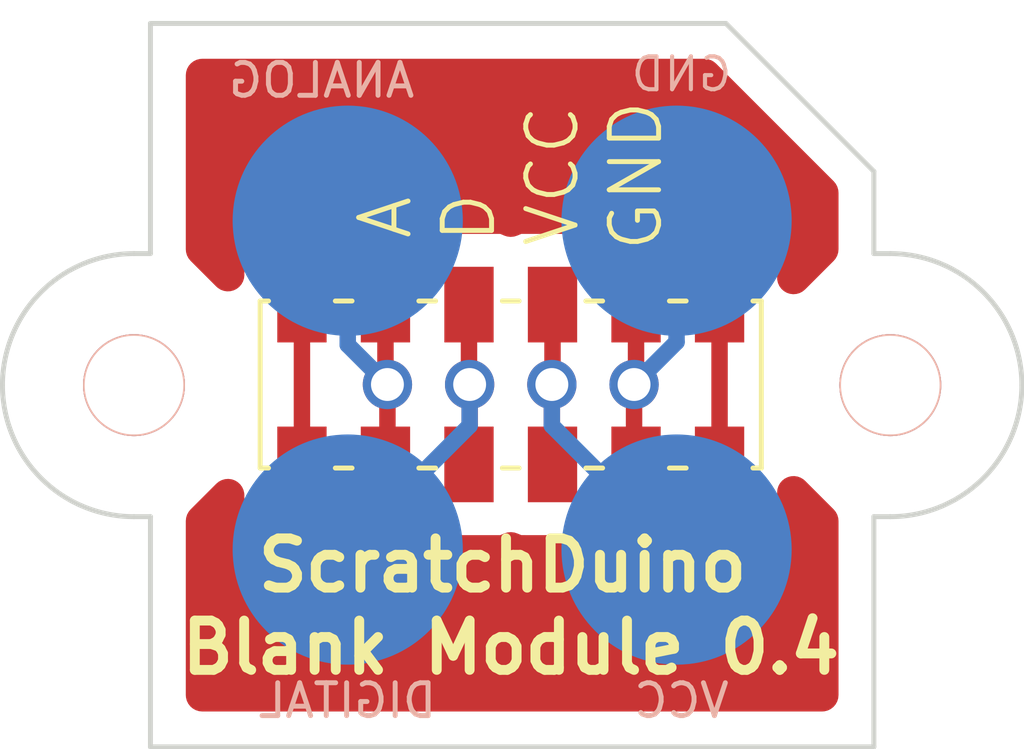
<source format=kicad_pcb>
(kicad_pcb (version 3) (host pcbnew "(2013-may-18)-stable")

  (general
    (links 10)
    (no_connects 0)
    (area 13.488999 13.241 45.097001 37.773)
    (thickness 1.6)
    (drawings 17)
    (tracks 32)
    (zones 0)
    (modules 2)
    (nets 7)
  )

  (page A3)
  (layers
    (15 F.Cu signal)
    (0 B.Cu signal hide)
    (16 B.Adhes user hide)
    (17 F.Adhes user hide)
    (18 B.Paste user hide)
    (19 F.Paste user hide)
    (20 B.SilkS user hide)
    (21 F.SilkS user)
    (22 B.Mask user hide)
    (23 F.Mask user hide)
    (24 Dwgs.User user hide)
    (25 Cmts.User user hide)
    (26 Eco1.User user hide)
    (27 Eco2.User user hide)
    (28 Edge.Cuts user)
  )

  (setup
    (last_trace_width 0.5)
    (trace_clearance 0.254)
    (zone_clearance 1)
    (zone_45_only no)
    (trace_min 0.254)
    (segment_width 0.2)
    (edge_width 0.15)
    (via_size 1.5)
    (via_drill 1)
    (via_min_size 0.889)
    (via_min_drill 0.508)
    (uvia_size 0.508)
    (uvia_drill 0.127)
    (uvias_allowed no)
    (uvia_min_size 0.508)
    (uvia_min_drill 0.127)
    (pcb_text_width 0.3)
    (pcb_text_size 1.5 1.5)
    (mod_edge_width 0.15)
    (mod_text_size 1.5 1.5)
    (mod_text_width 0.15)
    (pad_size 1.5 2.3)
    (pad_drill 0)
    (pad_to_mask_clearance 0.2)
    (aux_axis_origin 0 0)
    (visible_elements FFFFFFBF)
    (pcbplotparams
      (layerselection 284983297)
      (usegerberextensions false)
      (excludeedgelayer true)
      (linewidth 0.100000)
      (plotframeref false)
      (viasonmask false)
      (mode 1)
      (useauxorigin false)
      (hpglpennumber 1)
      (hpglpenspeed 20)
      (hpglpendiameter 15)
      (hpglpenoverlay 2)
      (psnegative false)
      (psa4output false)
      (plotreference true)
      (plotvalue true)
      (plotothertext true)
      (plotinvisibletext false)
      (padsonsilk false)
      (subtractmaskfromsilk false)
      (outputformat 1)
      (mirror false)
      (drillshape 0)
      (scaleselection 1)
      (outputdirectory PCB/))
  )

  (net 0 "")
  (net 1 N-000001)
  (net 2 N-000002)
  (net 3 N-000003)
  (net 4 N-000004)
  (net 5 N-000005)
  (net 6 N-000006)

  (net_class Default "Это класс цепей по умолчанию."
    (clearance 0.254)
    (trace_width 0.5)
    (via_dia 1.5)
    (via_drill 1)
    (uvia_dia 0.508)
    (uvia_drill 0.127)
    (add_net "")
    (add_net N-000001)
    (add_net N-000002)
    (add_net N-000003)
    (add_net N-000004)
    (add_net N-000005)
    (add_net N-000006)
  )

  (module SENSOR (layer B.Cu) (tedit 562E9003) (tstamp 562E9F98)
    (at 40.793 37.269 180)
    (path /55D7B367)
    (fp_text reference P3 (at 11.43 2.54 180) (layer B.SilkS) hide
      (effects (font (size 1 1) (thickness 0.15)) (justify mirror))
    )
    (fp_text value "" (at 11.293 21.269 180) (layer B.SilkS)
      (effects (font (size 1 1) (thickness 0.15)) (justify mirror))
    )
    (fp_text user DIGITAL (at 16.51 1.905 180) (layer B.SilkS)
      (effects (font (size 1 1) (thickness 0.15)) (justify mirror))
    )
    (fp_text user VCC (at 6.35 1.905 180) (layer B.SilkS)
      (effects (font (size 1 1) (thickness 0.15)) (justify mirror))
    )
    (fp_text user ANALOG (at 17.293 20.769 180) (layer B.SilkS)
      (effects (font (size 1 1) (thickness 0.15)) (justify mirror))
    )
    (fp_text user GND (at 6.35 20.955 180) (layer B.SilkS)
      (effects (font (size 1 1) (thickness 0.125)) (justify mirror))
    )
    (fp_line (start 23 15.5) (end 22.5 15.5) (layer B.SilkS) (width 0.1))
    (fp_line (start 22.5 15.5) (end 22.5 22.5) (layer B.SilkS) (width 0.1))
    (fp_line (start 22.5 0.5) (end 22.5 7.5) (layer B.SilkS) (width 0.1))
    (fp_line (start 22.5 7.5) (end 23 7.5) (layer B.SilkS) (width 0.1))
    (fp_line (start 0 7.5) (end 0.5 7.5) (layer B.SilkS) (width 0.1))
    (fp_line (start 0.5 7.5) (end 0.5 0.5) (layer B.SilkS) (width 0.1))
    (fp_line (start 0 15.5) (end 0.5 15.5) (layer B.SilkS) (width 0.1))
    (fp_line (start 0.5 15.5) (end 0.5 17.5) (layer B.SilkS) (width 0.1))
    (fp_arc (start 23 11.5) (end 27 11.5) (angle -90) (layer B.SilkS) (width 0.1))
    (fp_arc (start 23 11.5) (end 23 15.5) (angle -90) (layer B.SilkS) (width 0.1))
    (fp_arc (start 0 11.5) (end 0 7.5) (angle -90) (layer B.SilkS) (width 0.1))
    (fp_arc (start 0 11.5) (end -4 11.5) (angle -90) (layer B.SilkS) (width 0.1))
    (fp_circle (center 0 11.5) (end 1.5 11.5) (layer B.SilkS) (width 0.1))
    (fp_circle (center 23 11.5) (end 24.5 11.5) (layer B.SilkS) (width 0.1))
    (fp_line (start 0.5 17.5) (end 0.5 18) (layer B.SilkS) (width 0.1))
    (fp_line (start 0.5 18) (end 5 22.5) (layer B.SilkS) (width 0.1))
    (fp_line (start 5 22.5) (end 22.5 22.5) (layer B.SilkS) (width 0.1))
    (fp_line (start 22.5 0.5) (end 0.5 0.5) (layer B.SilkS) (width 0.1))
    (pad 2 smd circle (at 6.5 6.5 180) (size 7 7)
      (layers B.Cu B.Mask)
      (net 4 N-000004)
      (solder_mask_margin 0.1)
    )
    (pad 3 smd circle (at 16.5 6.5 180) (size 7 7)
      (layers B.Cu B.Mask)
      (net 5 N-000005)
    )
    (pad 1 smd circle (at 6.5 16.5 180) (size 7 7)
      (layers B.Cu B.Mask)
      (net 1 N-000001)
    )
    (pad 4 smd circle (at 16.5 16.5 180) (size 7 7)
      (layers B.Cu B.Mask)
      (net 6 N-000006)
    )
    (pad "" np_thru_hole circle (at 0 11.5 180) (size 3.1 3.1) (drill 3)
      (layers *.Cu *.Mask B.SilkS)
    )
    (pad "" np_thru_hole circle (at 23 11.5 180) (size 3.1 3.1) (drill 3)
      (layers *.Cu *.Mask B.SilkS)
    )
  )

  (module SENSOR_JACK (layer F.Cu) (tedit 56374F70) (tstamp 562E9FBD)
    (at 29.25 25.75)
    (path /562E8E1E)
    (fp_text reference "" (at 0 -11.43) (layer F.SilkS)
      (effects (font (size 1.5 1.5) (thickness 0.15)))
    )
    (fp_text value "" (at 0 5.08) (layer F.SilkS)
      (effects (font (size 1.5 1.5) (thickness 0.15)))
    )
    (fp_text user GND (at 3.81 -6.35 90) (layer F.SilkS)
      (effects (font (size 1.5 1.5) (thickness 0.15)))
    )
    (fp_text user VCC (at 1.27 -6.35 90) (layer F.SilkS)
      (effects (font (size 1.5 1.5) (thickness 0.15)))
    )
    (fp_text user D (at -1.27 -5.08 90) (layer F.SilkS)
      (effects (font (size 1.5 1.5) (thickness 0.15)))
    )
    (fp_text user A (at -3.81 -5.08 90) (layer F.SilkS)
      (effects (font (size 1.5 1.5) (thickness 0.15)))
    )
    (fp_line (start -5.334 -2.54) (end -4.826 -2.54) (layer F.SilkS) (width 0.15))
    (fp_line (start -5.334 2.54) (end -4.826 2.54) (layer F.SilkS) (width 0.15))
    (fp_line (start -2.794 -2.54) (end -2.286 -2.54) (layer F.SilkS) (width 0.15))
    (fp_line (start -2.794 2.54) (end -2.286 2.54) (layer F.SilkS) (width 0.15))
    (fp_line (start -0.254 -2.54) (end 0.254 -2.54) (layer F.SilkS) (width 0.15))
    (fp_line (start -0.254 2.54) (end 0.254 2.54) (layer F.SilkS) (width 0.15))
    (fp_line (start 2.286 -2.54) (end 2.794 -2.54) (layer F.SilkS) (width 0.15))
    (fp_line (start 2.286 2.54) (end 2.794 2.54) (layer F.SilkS) (width 0.15))
    (fp_line (start -7.62 2.54) (end -7.366 2.54) (layer F.SilkS) (width 0.15))
    (fp_line (start 7.62 2.54) (end 7.366 2.54) (layer F.SilkS) (width 0.15))
    (fp_line (start 4.826 2.54) (end 5.334 2.54) (layer F.SilkS) (width 0.15))
    (fp_line (start 7.62 -2.54) (end 7.366 -2.54) (layer F.SilkS) (width 0.15))
    (fp_line (start -7.62 -2.54) (end -7.366 -2.54) (layer F.SilkS) (width 0.15))
    (fp_line (start 4.826 -2.54) (end 5.334 -2.54) (layer F.SilkS) (width 0.15))
    (fp_line (start 7.62 -2.54) (end 7.62 2.54) (layer F.SilkS) (width 0.15))
    (fp_line (start -7.62 -2.54) (end -7.62 2.54) (layer F.SilkS) (width 0.15))
    (pad 12 smd rect (at -6.35 -2.43) (size 1.5 2.3)
      (layers F.Cu F.Paste F.Mask)
      (net 3 N-000003)
    )
    (pad 1 smd rect (at -6.35 2.43) (size 1.5 2.3)
      (layers F.Cu F.Paste F.Mask)
      (net 3 N-000003)
    )
    (pad 11 smd rect (at -3.81 -2.43) (size 1.5 2.3)
      (layers F.Cu F.Paste F.Mask)
      (net 6 N-000006)
    )
    (pad 2 smd rect (at -3.81 2.43) (size 1.5 2.3)
      (layers F.Cu F.Paste F.Mask)
      (net 6 N-000006)
    )
    (pad 10 smd rect (at -1.27 -2.43) (size 1.5 2.3)
      (layers F.Cu F.Paste F.Mask)
      (net 5 N-000005)
    )
    (pad 3 smd rect (at -1.27 2.43) (size 1.5 2.3)
      (layers F.Cu F.Paste F.Mask)
      (net 5 N-000005)
    )
    (pad 9 smd rect (at 1.27 -2.43) (size 1.5 2.3)
      (layers F.Cu F.Paste F.Mask)
      (net 4 N-000004)
    )
    (pad 4 smd rect (at 1.27 2.43) (size 1.5 2.3)
      (layers F.Cu F.Paste F.Mask)
      (net 4 N-000004)
    )
    (pad 5 smd rect (at 3.81 2.43) (size 1.5 2.3)
      (layers F.Cu F.Paste F.Mask)
      (net 1 N-000001)
    )
    (pad 6 smd rect (at 6.35 2.43) (size 1.5 2.3)
      (layers F.Cu F.Paste F.Mask)
      (net 2 N-000002)
    )
    (pad 7 smd rect (at 6.35 -2.43) (size 1.5 2.3)
      (layers F.Cu F.Paste F.Mask)
      (net 2 N-000002)
    )
    (pad 8 smd rect (at 3.81 -2.43) (size 1.5 2.3)
      (layers F.Cu F.Paste F.Mask)
      (net 1 N-000001)
    )
  )

  (gr_text "Blank Module 0.4" (at 29.25 33.75) (layer F.SilkS)
    (effects (font (size 1.5 1.5) (thickness 0.3)))
  )
  (gr_text ScratchDuino (at 29 31.25) (layer F.SilkS)
    (effects (font (size 1.5 1.5) (thickness 0.3)))
  )
  (gr_arc (start 17.793 25.769) (end 17.793 29.769) (angle 90) (layer Edge.Cuts) (width 0.15))
  (gr_arc (start 17.793 25.769) (end 13.793 25.769) (angle 90) (layer Edge.Cuts) (width 0.15))
  (gr_arc (start 40.793 25.769) (end 44.793 25.769) (angle 90) (layer Edge.Cuts) (width 0.15))
  (gr_arc (start 40.793 25.769) (end 40.793 21.769) (angle 90) (layer Edge.Cuts) (width 0.15))
  (gr_line (start 40.293 29.769) (end 40.793 29.769) (angle 90) (layer Edge.Cuts) (width 0.15))
  (gr_line (start 40.293 21.769) (end 40.793 21.769) (angle 90) (layer Edge.Cuts) (width 0.15))
  (gr_line (start 17.793 29.769) (end 18.293 29.769) (angle 90) (layer Edge.Cuts) (width 0.15))
  (gr_line (start 18.293 21.769) (end 17.793 21.769) (angle 90) (layer Edge.Cuts) (width 0.15))
  (gr_line (start 18.293 14.769) (end 18.293 21.769) (angle 90) (layer Edge.Cuts) (width 0.15))
  (gr_line (start 35.793 14.769) (end 18.293 14.769) (angle 90) (layer Edge.Cuts) (width 0.15))
  (gr_line (start 40.293 19.269) (end 35.793 14.769) (angle 90) (layer Edge.Cuts) (width 0.15))
  (gr_line (start 40.293 21.769) (end 40.293 19.269) (angle 90) (layer Edge.Cuts) (width 0.15))
  (gr_line (start 40.293 36.769) (end 40.293 29.769) (angle 90) (layer Edge.Cuts) (width 0.15))
  (gr_line (start 18.293 36.769) (end 40.293 36.769) (angle 90) (layer Edge.Cuts) (width 0.15))
  (gr_line (start 18.293 36.769) (end 18.293 29.769) (angle 90) (layer Edge.Cuts) (width 0.15))

  (segment (start 33 25.75) (end 33 28.12) (width 0.5) (layer F.Cu) (net 1))
  (segment (start 33 28.12) (end 33.06 28.18) (width 0.5) (layer F.Cu) (net 1) (tstamp 562E9FE9))
  (segment (start 34.293 20.769) (end 34.293 24.457) (width 0.5) (layer B.Cu) (net 1))
  (segment (start 33.06 25.69) (end 33.06 23.32) (width 0.5) (layer F.Cu) (net 1) (tstamp 562E9FE6))
  (segment (start 33 25.75) (end 33.06 25.69) (width 0.5) (layer F.Cu) (net 1) (tstamp 562E9FE5))
  (via (at 33 25.75) (size 1.5) (layers F.Cu B.Cu) (net 1))
  (segment (start 34.293 24.457) (end 33 25.75) (width 0.5) (layer B.Cu) (net 1) (tstamp 562E9FE3))
  (segment (start 35.6 23.32) (end 35.6 28.18) (width 0.5) (layer F.Cu) (net 2))
  (segment (start 22.9 23.32) (end 22.9 28.18) (width 0.5) (layer F.Cu) (net 3))
  (segment (start 30.5 25.75) (end 30.5 28.16) (width 0.5) (layer F.Cu) (net 4))
  (segment (start 30.5 28.16) (end 30.52 28.18) (width 0.5) (layer F.Cu) (net 4) (tstamp 562EA00C))
  (segment (start 30.52 23.32) (end 30.52 25.73) (width 0.5) (layer F.Cu) (net 4))
  (segment (start 34.269 30.769) (end 34.293 30.769) (width 0.5) (layer B.Cu) (net 4) (tstamp 562EA002))
  (segment (start 30.5 27) (end 34.269 30.769) (width 0.5) (layer B.Cu) (net 4) (tstamp 562EA001))
  (segment (start 30.5 25.75) (end 30.5 27) (width 0.5) (layer B.Cu) (net 4) (tstamp 562EA000))
  (via (at 30.5 25.75) (size 1.5) (layers F.Cu B.Cu) (net 4))
  (segment (start 30.52 25.73) (end 30.5 25.75) (width 0.5) (layer F.Cu) (net 4) (tstamp 562E9FFE))
  (segment (start 28 25.75) (end 28 28.16) (width 0.5) (layer F.Cu) (net 5))
  (segment (start 28 28.16) (end 27.98 28.18) (width 0.5) (layer F.Cu) (net 5) (tstamp 562EA00F))
  (segment (start 27.98 23.32) (end 27.98 25.73) (width 0.5) (layer F.Cu) (net 5))
  (segment (start 24.293 30.707) (end 24.293 30.769) (width 0.5) (layer B.Cu) (net 5) (tstamp 562EA009))
  (segment (start 28 27) (end 24.293 30.707) (width 0.5) (layer B.Cu) (net 5) (tstamp 562EA008))
  (segment (start 28 25.75) (end 28 27) (width 0.5) (layer B.Cu) (net 5) (tstamp 562EA007))
  (via (at 28 25.75) (size 1.5) (layers F.Cu B.Cu) (net 5))
  (segment (start 27.98 25.73) (end 28 25.75) (width 0.5) (layer F.Cu) (net 5) (tstamp 562EA005))
  (segment (start 25.5 25.75) (end 25.5 28.12) (width 0.5) (layer F.Cu) (net 6))
  (segment (start 25.5 28.12) (end 25.44 28.18) (width 0.5) (layer F.Cu) (net 6) (tstamp 562E9FF2))
  (segment (start 24.293 20.769) (end 24.293 24.543) (width 0.5) (layer B.Cu) (net 6))
  (segment (start 25.44 25.69) (end 25.44 23.32) (width 0.5) (layer F.Cu) (net 6) (tstamp 562E9FEF))
  (segment (start 25.5 25.75) (end 25.44 25.69) (width 0.5) (layer F.Cu) (net 6) (tstamp 562E9FEE))
  (via (at 25.5 25.75) (size 1.5) (layers F.Cu B.Cu) (net 6))
  (segment (start 24.293 24.543) (end 25.5 25.75) (width 0.5) (layer B.Cu) (net 6) (tstamp 562E9FEC))

  (zone (net 0) (net_name "") (layer F.Cu) (tstamp 55D8EB15) (hatch edge 0.508)
    (connect_pads (clearance 1))
    (min_thickness 1)
    (fill (arc_segments 16) (thermal_gap 1) (thermal_bridge_width 1.2))
    (polygon
      (pts
        (xy 40.293 36.769) (xy 18.293 36.769) (xy 18.293 29.769) (xy 19.293 29.769) (xy 21.293 27.769)
        (xy 21.293 23.769) (xy 19.293 21.769) (xy 18.293 21.769) (xy 18.293 14.769) (xy 35.793 14.769)
        (xy 40.293 19.269) (xy 40.293 21.769) (xy 39.293 21.769) (xy 37.293 23.769) (xy 37.293 27.769)
        (xy 39.293 29.769) (xy 40.293 29.769)
      )
    )
    (filled_polygon
      (pts
        (xy 38.718 21.636893) (xy 37.850259 22.504634) (xy 37.850259 21.872941) (xy 37.622379 21.321429) (xy 37.200791 20.899104)
        (xy 36.649678 20.670262) (xy 36.052941 20.669741) (xy 34.552941 20.669741) (xy 34.330133 20.761803) (xy 34.109678 20.670262)
        (xy 33.512941 20.669741) (xy 32.012941 20.669741) (xy 31.790133 20.761803) (xy 31.569678 20.670262) (xy 30.972941 20.669741)
        (xy 29.472941 20.669741) (xy 29.250133 20.761803) (xy 29.029678 20.670262) (xy 28.432941 20.669741) (xy 26.932941 20.669741)
        (xy 26.710133 20.761803) (xy 26.489678 20.670262) (xy 25.892941 20.669741) (xy 24.392941 20.669741) (xy 24.170133 20.761803)
        (xy 23.949678 20.670262) (xy 23.352941 20.669741) (xy 21.852941 20.669741) (xy 21.301429 20.897621) (xy 20.879104 21.319209)
        (xy 20.650262 21.870322) (xy 20.649783 22.418676) (xy 19.868 21.636893) (xy 19.868 16.344) (xy 35.140614 16.344)
        (xy 38.718 19.921386) (xy 38.718 21.636893)
      )
    )
    (filled_polygon
      (pts
        (xy 38.718 35.194) (xy 19.868 35.194) (xy 19.868 29.901107) (xy 20.649741 29.119366) (xy 20.649741 29.627059)
        (xy 20.877621 30.178571) (xy 21.299209 30.600896) (xy 21.850322 30.829738) (xy 22.447059 30.830259) (xy 23.947059 30.830259)
        (xy 24.169866 30.738196) (xy 24.390322 30.829738) (xy 24.987059 30.830259) (xy 26.487059 30.830259) (xy 26.709866 30.738196)
        (xy 26.930322 30.829738) (xy 27.527059 30.830259) (xy 29.027059 30.830259) (xy 29.249866 30.738196) (xy 29.470322 30.829738)
        (xy 30.067059 30.830259) (xy 31.567059 30.830259) (xy 31.789866 30.738196) (xy 32.010322 30.829738) (xy 32.607059 30.830259)
        (xy 34.107059 30.830259) (xy 34.329866 30.738196) (xy 34.550322 30.829738) (xy 35.147059 30.830259) (xy 36.647059 30.830259)
        (xy 37.198571 30.602379) (xy 37.620896 30.180791) (xy 37.849738 29.629678) (xy 37.850258 29.033365) (xy 38.718 29.901107)
        (xy 38.718 35.194)
      )
    )
  )
)

</source>
